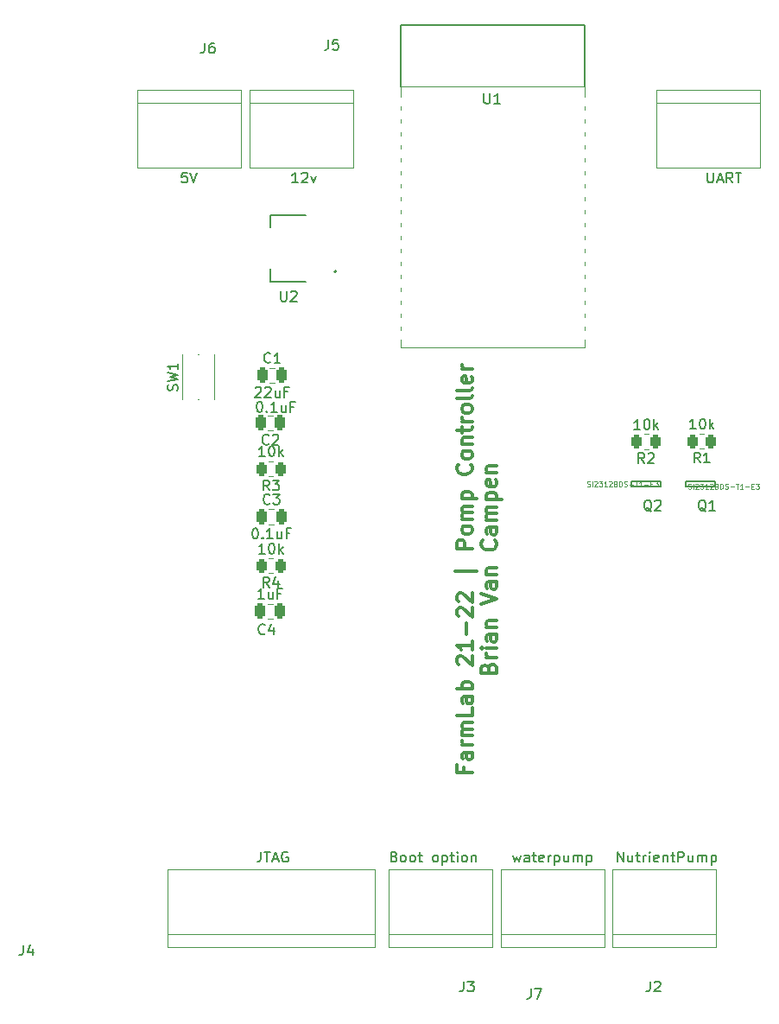
<source format=gto>
G04 #@! TF.GenerationSoftware,KiCad,Pcbnew,(6.0.1)*
G04 #@! TF.CreationDate,2022-04-27T15:55:03+02:00*
G04 #@! TF.ProjectId,PompController_brian,506f6d70-436f-46e7-9472-6f6c6c65725f,rev?*
G04 #@! TF.SameCoordinates,Original*
G04 #@! TF.FileFunction,Legend,Top*
G04 #@! TF.FilePolarity,Positive*
%FSLAX46Y46*%
G04 Gerber Fmt 4.6, Leading zero omitted, Abs format (unit mm)*
G04 Created by KiCad (PCBNEW (6.0.1)) date 2022-04-27 15:55:03*
%MOMM*%
%LPD*%
G01*
G04 APERTURE LIST*
G04 Aperture macros list*
%AMRoundRect*
0 Rectangle with rounded corners*
0 $1 Rounding radius*
0 $2 $3 $4 $5 $6 $7 $8 $9 X,Y pos of 4 corners*
0 Add a 4 corners polygon primitive as box body*
4,1,4,$2,$3,$4,$5,$6,$7,$8,$9,$2,$3,0*
0 Add four circle primitives for the rounded corners*
1,1,$1+$1,$2,$3*
1,1,$1+$1,$4,$5*
1,1,$1+$1,$6,$7*
1,1,$1+$1,$8,$9*
0 Add four rect primitives between the rounded corners*
20,1,$1+$1,$2,$3,$4,$5,0*
20,1,$1+$1,$4,$5,$6,$7,0*
20,1,$1+$1,$6,$7,$8,$9,0*
20,1,$1+$1,$8,$9,$2,$3,0*%
G04 Aperture macros list end*
%ADD10C,0.300000*%
%ADD11C,0.150000*%
%ADD12C,0.075000*%
%ADD13C,0.127000*%
%ADD14C,0.200000*%
%ADD15C,0.120000*%
%ADD16C,0.050000*%
%ADD17R,2.150000X0.950000*%
%ADD18R,2.150000X3.250000*%
%ADD19R,3.000000X3.000000*%
%ADD20C,3.000000*%
%ADD21RoundRect,0.250000X0.262500X0.450000X-0.262500X0.450000X-0.262500X-0.450000X0.262500X-0.450000X0*%
%ADD22R,1.000000X0.900000*%
%ADD23C,0.800000*%
%ADD24C,6.000000*%
%ADD25RoundRect,0.250000X-0.250000X-0.475000X0.250000X-0.475000X0.250000X0.475000X-0.250000X0.475000X0*%
%ADD26RoundRect,0.250000X0.250000X0.475000X-0.250000X0.475000X-0.250000X-0.475000X0.250000X-0.475000X0*%
%ADD27O,3.000000X0.900000*%
%ADD28R,5.000000X5.000000*%
%ADD29R,0.559000X0.724000*%
G04 APERTURE END LIST*
D10*
X83521357Y-96827142D02*
X83521357Y-97327142D01*
X84307071Y-97327142D02*
X82807071Y-97327142D01*
X82807071Y-96612857D01*
X84307071Y-95398571D02*
X83521357Y-95398571D01*
X83378500Y-95470000D01*
X83307071Y-95612857D01*
X83307071Y-95898571D01*
X83378500Y-96041428D01*
X84235642Y-95398571D02*
X84307071Y-95541428D01*
X84307071Y-95898571D01*
X84235642Y-96041428D01*
X84092785Y-96112857D01*
X83949928Y-96112857D01*
X83807071Y-96041428D01*
X83735642Y-95898571D01*
X83735642Y-95541428D01*
X83664214Y-95398571D01*
X84307071Y-94684285D02*
X83307071Y-94684285D01*
X83592785Y-94684285D02*
X83449928Y-94612857D01*
X83378500Y-94541428D01*
X83307071Y-94398571D01*
X83307071Y-94255714D01*
X84307071Y-93755714D02*
X83307071Y-93755714D01*
X83449928Y-93755714D02*
X83378500Y-93684285D01*
X83307071Y-93541428D01*
X83307071Y-93327142D01*
X83378500Y-93184285D01*
X83521357Y-93112857D01*
X84307071Y-93112857D01*
X83521357Y-93112857D02*
X83378500Y-93041428D01*
X83307071Y-92898571D01*
X83307071Y-92684285D01*
X83378500Y-92541428D01*
X83521357Y-92470000D01*
X84307071Y-92470000D01*
X84307071Y-91041428D02*
X84307071Y-91755714D01*
X82807071Y-91755714D01*
X84307071Y-89898571D02*
X83521357Y-89898571D01*
X83378500Y-89970000D01*
X83307071Y-90112857D01*
X83307071Y-90398571D01*
X83378500Y-90541428D01*
X84235642Y-89898571D02*
X84307071Y-90041428D01*
X84307071Y-90398571D01*
X84235642Y-90541428D01*
X84092785Y-90612857D01*
X83949928Y-90612857D01*
X83807071Y-90541428D01*
X83735642Y-90398571D01*
X83735642Y-90041428D01*
X83664214Y-89898571D01*
X84307071Y-89184285D02*
X82807071Y-89184285D01*
X83378500Y-89184285D02*
X83307071Y-89041428D01*
X83307071Y-88755714D01*
X83378500Y-88612857D01*
X83449928Y-88541428D01*
X83592785Y-88470000D01*
X84021357Y-88470000D01*
X84164214Y-88541428D01*
X84235642Y-88612857D01*
X84307071Y-88755714D01*
X84307071Y-89041428D01*
X84235642Y-89184285D01*
X82949928Y-86755714D02*
X82878500Y-86684285D01*
X82807071Y-86541428D01*
X82807071Y-86184285D01*
X82878500Y-86041428D01*
X82949928Y-85970000D01*
X83092785Y-85898571D01*
X83235642Y-85898571D01*
X83449928Y-85970000D01*
X84307071Y-86827142D01*
X84307071Y-85898571D01*
X84307071Y-84470000D02*
X84307071Y-85327142D01*
X84307071Y-84898571D02*
X82807071Y-84898571D01*
X83021357Y-85041428D01*
X83164214Y-85184285D01*
X83235642Y-85327142D01*
X83735642Y-83827142D02*
X83735642Y-82684285D01*
X82949928Y-82041428D02*
X82878500Y-81970000D01*
X82807071Y-81827142D01*
X82807071Y-81470000D01*
X82878500Y-81327142D01*
X82949928Y-81255714D01*
X83092785Y-81184285D01*
X83235642Y-81184285D01*
X83449928Y-81255714D01*
X84307071Y-82112857D01*
X84307071Y-81184285D01*
X82949928Y-80612857D02*
X82878500Y-80541428D01*
X82807071Y-80398571D01*
X82807071Y-80041428D01*
X82878500Y-79898571D01*
X82949928Y-79827142D01*
X83092785Y-79755714D01*
X83235642Y-79755714D01*
X83449928Y-79827142D01*
X84307071Y-80684285D01*
X84307071Y-79755714D01*
X84807071Y-77612857D02*
X82664214Y-77612857D01*
X84307071Y-75398571D02*
X82807071Y-75398571D01*
X82807071Y-74827142D01*
X82878500Y-74684285D01*
X82949928Y-74612857D01*
X83092785Y-74541428D01*
X83307071Y-74541428D01*
X83449928Y-74612857D01*
X83521357Y-74684285D01*
X83592785Y-74827142D01*
X83592785Y-75398571D01*
X84307071Y-73684285D02*
X84235642Y-73827142D01*
X84164214Y-73898571D01*
X84021357Y-73970000D01*
X83592785Y-73970000D01*
X83449928Y-73898571D01*
X83378500Y-73827142D01*
X83307071Y-73684285D01*
X83307071Y-73470000D01*
X83378500Y-73327142D01*
X83449928Y-73255714D01*
X83592785Y-73184285D01*
X84021357Y-73184285D01*
X84164214Y-73255714D01*
X84235642Y-73327142D01*
X84307071Y-73470000D01*
X84307071Y-73684285D01*
X84307071Y-72541428D02*
X83307071Y-72541428D01*
X83449928Y-72541428D02*
X83378500Y-72470000D01*
X83307071Y-72327142D01*
X83307071Y-72112857D01*
X83378500Y-71970000D01*
X83521357Y-71898571D01*
X84307071Y-71898571D01*
X83521357Y-71898571D02*
X83378500Y-71827142D01*
X83307071Y-71684285D01*
X83307071Y-71470000D01*
X83378500Y-71327142D01*
X83521357Y-71255714D01*
X84307071Y-71255714D01*
X83307071Y-70541428D02*
X84807071Y-70541428D01*
X83378500Y-70541428D02*
X83307071Y-70398571D01*
X83307071Y-70112857D01*
X83378500Y-69970000D01*
X83449928Y-69898571D01*
X83592785Y-69827142D01*
X84021357Y-69827142D01*
X84164214Y-69898571D01*
X84235642Y-69970000D01*
X84307071Y-70112857D01*
X84307071Y-70398571D01*
X84235642Y-70541428D01*
X84164214Y-67184285D02*
X84235642Y-67255714D01*
X84307071Y-67470000D01*
X84307071Y-67612857D01*
X84235642Y-67827142D01*
X84092785Y-67970000D01*
X83949928Y-68041428D01*
X83664214Y-68112857D01*
X83449928Y-68112857D01*
X83164214Y-68041428D01*
X83021357Y-67970000D01*
X82878500Y-67827142D01*
X82807071Y-67612857D01*
X82807071Y-67470000D01*
X82878500Y-67255714D01*
X82949928Y-67184285D01*
X84307071Y-66327142D02*
X84235642Y-66470000D01*
X84164214Y-66541428D01*
X84021357Y-66612857D01*
X83592785Y-66612857D01*
X83449928Y-66541428D01*
X83378500Y-66470000D01*
X83307071Y-66327142D01*
X83307071Y-66112857D01*
X83378500Y-65970000D01*
X83449928Y-65898571D01*
X83592785Y-65827142D01*
X84021357Y-65827142D01*
X84164214Y-65898571D01*
X84235642Y-65970000D01*
X84307071Y-66112857D01*
X84307071Y-66327142D01*
X83307071Y-65184285D02*
X84307071Y-65184285D01*
X83449928Y-65184285D02*
X83378500Y-65112857D01*
X83307071Y-64970000D01*
X83307071Y-64755714D01*
X83378500Y-64612857D01*
X83521357Y-64541428D01*
X84307071Y-64541428D01*
X83307071Y-64041428D02*
X83307071Y-63470000D01*
X82807071Y-63827142D02*
X84092785Y-63827142D01*
X84235642Y-63755714D01*
X84307071Y-63612857D01*
X84307071Y-63470000D01*
X84307071Y-62970000D02*
X83307071Y-62970000D01*
X83592785Y-62970000D02*
X83449928Y-62898571D01*
X83378500Y-62827142D01*
X83307071Y-62684285D01*
X83307071Y-62541428D01*
X84307071Y-61827142D02*
X84235642Y-61970000D01*
X84164214Y-62041428D01*
X84021357Y-62112857D01*
X83592785Y-62112857D01*
X83449928Y-62041428D01*
X83378500Y-61970000D01*
X83307071Y-61827142D01*
X83307071Y-61612857D01*
X83378500Y-61470000D01*
X83449928Y-61398571D01*
X83592785Y-61327142D01*
X84021357Y-61327142D01*
X84164214Y-61398571D01*
X84235642Y-61470000D01*
X84307071Y-61612857D01*
X84307071Y-61827142D01*
X84307071Y-60470000D02*
X84235642Y-60612857D01*
X84092785Y-60684285D01*
X82807071Y-60684285D01*
X84307071Y-59684285D02*
X84235642Y-59827142D01*
X84092785Y-59898571D01*
X82807071Y-59898571D01*
X84235642Y-58541428D02*
X84307071Y-58684285D01*
X84307071Y-58970000D01*
X84235642Y-59112857D01*
X84092785Y-59184285D01*
X83521357Y-59184285D01*
X83378500Y-59112857D01*
X83307071Y-58970000D01*
X83307071Y-58684285D01*
X83378500Y-58541428D01*
X83521357Y-58470000D01*
X83664214Y-58470000D01*
X83807071Y-59184285D01*
X84307071Y-57827142D02*
X83307071Y-57827142D01*
X83592785Y-57827142D02*
X83449928Y-57755714D01*
X83378500Y-57684285D01*
X83307071Y-57541428D01*
X83307071Y-57398571D01*
X85936357Y-87112857D02*
X86007785Y-86898571D01*
X86079214Y-86827142D01*
X86222071Y-86755714D01*
X86436357Y-86755714D01*
X86579214Y-86827142D01*
X86650642Y-86898571D01*
X86722071Y-87041428D01*
X86722071Y-87612857D01*
X85222071Y-87612857D01*
X85222071Y-87112857D01*
X85293500Y-86970000D01*
X85364928Y-86898571D01*
X85507785Y-86827142D01*
X85650642Y-86827142D01*
X85793500Y-86898571D01*
X85864928Y-86970000D01*
X85936357Y-87112857D01*
X85936357Y-87612857D01*
X86722071Y-86112857D02*
X85722071Y-86112857D01*
X86007785Y-86112857D02*
X85864928Y-86041428D01*
X85793500Y-85970000D01*
X85722071Y-85827142D01*
X85722071Y-85684285D01*
X86722071Y-85184285D02*
X85722071Y-85184285D01*
X85222071Y-85184285D02*
X85293500Y-85255714D01*
X85364928Y-85184285D01*
X85293500Y-85112857D01*
X85222071Y-85184285D01*
X85364928Y-85184285D01*
X86722071Y-83827142D02*
X85936357Y-83827142D01*
X85793500Y-83898571D01*
X85722071Y-84041428D01*
X85722071Y-84327142D01*
X85793500Y-84470000D01*
X86650642Y-83827142D02*
X86722071Y-83970000D01*
X86722071Y-84327142D01*
X86650642Y-84470000D01*
X86507785Y-84541428D01*
X86364928Y-84541428D01*
X86222071Y-84470000D01*
X86150642Y-84327142D01*
X86150642Y-83970000D01*
X86079214Y-83827142D01*
X85722071Y-83112857D02*
X86722071Y-83112857D01*
X85864928Y-83112857D02*
X85793500Y-83041428D01*
X85722071Y-82898571D01*
X85722071Y-82684285D01*
X85793500Y-82541428D01*
X85936357Y-82470000D01*
X86722071Y-82470000D01*
X85222071Y-80827142D02*
X86722071Y-80327142D01*
X85222071Y-79827142D01*
X86722071Y-78684285D02*
X85936357Y-78684285D01*
X85793500Y-78755714D01*
X85722071Y-78898571D01*
X85722071Y-79184285D01*
X85793500Y-79327142D01*
X86650642Y-78684285D02*
X86722071Y-78827142D01*
X86722071Y-79184285D01*
X86650642Y-79327142D01*
X86507785Y-79398571D01*
X86364928Y-79398571D01*
X86222071Y-79327142D01*
X86150642Y-79184285D01*
X86150642Y-78827142D01*
X86079214Y-78684285D01*
X85722071Y-77970000D02*
X86722071Y-77970000D01*
X85864928Y-77970000D02*
X85793500Y-77898571D01*
X85722071Y-77755714D01*
X85722071Y-77541428D01*
X85793500Y-77398571D01*
X85936357Y-77327142D01*
X86722071Y-77327142D01*
X86579214Y-74612857D02*
X86650642Y-74684285D01*
X86722071Y-74898571D01*
X86722071Y-75041428D01*
X86650642Y-75255714D01*
X86507785Y-75398571D01*
X86364928Y-75470000D01*
X86079214Y-75541428D01*
X85864928Y-75541428D01*
X85579214Y-75470000D01*
X85436357Y-75398571D01*
X85293500Y-75255714D01*
X85222071Y-75041428D01*
X85222071Y-74898571D01*
X85293500Y-74684285D01*
X85364928Y-74612857D01*
X86722071Y-73327142D02*
X85936357Y-73327142D01*
X85793500Y-73398571D01*
X85722071Y-73541428D01*
X85722071Y-73827142D01*
X85793500Y-73970000D01*
X86650642Y-73327142D02*
X86722071Y-73470000D01*
X86722071Y-73827142D01*
X86650642Y-73970000D01*
X86507785Y-74041428D01*
X86364928Y-74041428D01*
X86222071Y-73970000D01*
X86150642Y-73827142D01*
X86150642Y-73470000D01*
X86079214Y-73327142D01*
X86722071Y-72612857D02*
X85722071Y-72612857D01*
X85864928Y-72612857D02*
X85793500Y-72541428D01*
X85722071Y-72398571D01*
X85722071Y-72184285D01*
X85793500Y-72041428D01*
X85936357Y-71970000D01*
X86722071Y-71970000D01*
X85936357Y-71970000D02*
X85793500Y-71898571D01*
X85722071Y-71755714D01*
X85722071Y-71541428D01*
X85793500Y-71398571D01*
X85936357Y-71327142D01*
X86722071Y-71327142D01*
X85722071Y-70612857D02*
X87222071Y-70612857D01*
X85793500Y-70612857D02*
X85722071Y-70470000D01*
X85722071Y-70184285D01*
X85793500Y-70041428D01*
X85864928Y-69970000D01*
X86007785Y-69898571D01*
X86436357Y-69898571D01*
X86579214Y-69970000D01*
X86650642Y-70041428D01*
X86722071Y-70184285D01*
X86722071Y-70470000D01*
X86650642Y-70612857D01*
X86650642Y-68684285D02*
X86722071Y-68827142D01*
X86722071Y-69112857D01*
X86650642Y-69255714D01*
X86507785Y-69327142D01*
X85936357Y-69327142D01*
X85793500Y-69255714D01*
X85722071Y-69112857D01*
X85722071Y-68827142D01*
X85793500Y-68684285D01*
X85936357Y-68612857D01*
X86079214Y-68612857D01*
X86222071Y-69327142D01*
X85722071Y-67970000D02*
X86722071Y-67970000D01*
X85864928Y-67970000D02*
X85793500Y-67898571D01*
X85722071Y-67755714D01*
X85722071Y-67541428D01*
X85793500Y-67398571D01*
X85936357Y-67327142D01*
X86722071Y-67327142D01*
D11*
X65557095Y-50180380D02*
X65557095Y-50989904D01*
X65604714Y-51085142D01*
X65652333Y-51132761D01*
X65747571Y-51180380D01*
X65938047Y-51180380D01*
X66033285Y-51132761D01*
X66080904Y-51085142D01*
X66128523Y-50989904D01*
X66128523Y-50180380D01*
X66557095Y-50275619D02*
X66604714Y-50228000D01*
X66699952Y-50180380D01*
X66938047Y-50180380D01*
X67033285Y-50228000D01*
X67080904Y-50275619D01*
X67128523Y-50370857D01*
X67128523Y-50466095D01*
X67080904Y-50608952D01*
X66509476Y-51180380D01*
X67128523Y-51180380D01*
X90090666Y-118528380D02*
X90090666Y-119242666D01*
X90043047Y-119385523D01*
X89947809Y-119480761D01*
X89804952Y-119528380D01*
X89709714Y-119528380D01*
X90471619Y-118528380D02*
X91138285Y-118528380D01*
X90709714Y-119528380D01*
X88321047Y-105449714D02*
X88511523Y-106116380D01*
X88702000Y-105640190D01*
X88892476Y-106116380D01*
X89082952Y-105449714D01*
X89892476Y-106116380D02*
X89892476Y-105592571D01*
X89844857Y-105497333D01*
X89749619Y-105449714D01*
X89559142Y-105449714D01*
X89463904Y-105497333D01*
X89892476Y-106068761D02*
X89797238Y-106116380D01*
X89559142Y-106116380D01*
X89463904Y-106068761D01*
X89416285Y-105973523D01*
X89416285Y-105878285D01*
X89463904Y-105783047D01*
X89559142Y-105735428D01*
X89797238Y-105735428D01*
X89892476Y-105687809D01*
X90225809Y-105449714D02*
X90606761Y-105449714D01*
X90368666Y-105116380D02*
X90368666Y-105973523D01*
X90416285Y-106068761D01*
X90511523Y-106116380D01*
X90606761Y-106116380D01*
X91321047Y-106068761D02*
X91225809Y-106116380D01*
X91035333Y-106116380D01*
X90940095Y-106068761D01*
X90892476Y-105973523D01*
X90892476Y-105592571D01*
X90940095Y-105497333D01*
X91035333Y-105449714D01*
X91225809Y-105449714D01*
X91321047Y-105497333D01*
X91368666Y-105592571D01*
X91368666Y-105687809D01*
X90892476Y-105783047D01*
X91797238Y-106116380D02*
X91797238Y-105449714D01*
X91797238Y-105640190D02*
X91844857Y-105544952D01*
X91892476Y-105497333D01*
X91987714Y-105449714D01*
X92082952Y-105449714D01*
X92416285Y-105449714D02*
X92416285Y-106449714D01*
X92416285Y-105497333D02*
X92511523Y-105449714D01*
X92702000Y-105449714D01*
X92797238Y-105497333D01*
X92844857Y-105544952D01*
X92892476Y-105640190D01*
X92892476Y-105925904D01*
X92844857Y-106021142D01*
X92797238Y-106068761D01*
X92702000Y-106116380D01*
X92511523Y-106116380D01*
X92416285Y-106068761D01*
X93749619Y-105449714D02*
X93749619Y-106116380D01*
X93321047Y-105449714D02*
X93321047Y-105973523D01*
X93368666Y-106068761D01*
X93463904Y-106116380D01*
X93606761Y-106116380D01*
X93702000Y-106068761D01*
X93749619Y-106021142D01*
X94225809Y-106116380D02*
X94225809Y-105449714D01*
X94225809Y-105544952D02*
X94273428Y-105497333D01*
X94368666Y-105449714D01*
X94511523Y-105449714D01*
X94606761Y-105497333D01*
X94654380Y-105592571D01*
X94654380Y-106116380D01*
X94654380Y-105592571D02*
X94702000Y-105497333D01*
X94797238Y-105449714D01*
X94940095Y-105449714D01*
X95035333Y-105497333D01*
X95082952Y-105592571D01*
X95082952Y-106116380D01*
X95559142Y-105449714D02*
X95559142Y-106449714D01*
X95559142Y-105497333D02*
X95654380Y-105449714D01*
X95844857Y-105449714D01*
X95940095Y-105497333D01*
X95987714Y-105544952D01*
X96035333Y-105640190D01*
X96035333Y-105925904D01*
X95987714Y-106021142D01*
X95940095Y-106068761D01*
X95844857Y-106116380D01*
X95654380Y-106116380D01*
X95559142Y-106068761D01*
X64433333Y-69702380D02*
X64100000Y-69226190D01*
X63861904Y-69702380D02*
X63861904Y-68702380D01*
X64242857Y-68702380D01*
X64338095Y-68750000D01*
X64385714Y-68797619D01*
X64433333Y-68892857D01*
X64433333Y-69035714D01*
X64385714Y-69130952D01*
X64338095Y-69178571D01*
X64242857Y-69226190D01*
X63861904Y-69226190D01*
X64766666Y-68702380D02*
X65385714Y-68702380D01*
X65052380Y-69083333D01*
X65195238Y-69083333D01*
X65290476Y-69130952D01*
X65338095Y-69178571D01*
X65385714Y-69273809D01*
X65385714Y-69511904D01*
X65338095Y-69607142D01*
X65290476Y-69654761D01*
X65195238Y-69702380D01*
X64909523Y-69702380D01*
X64814285Y-69654761D01*
X64766666Y-69607142D01*
X64004761Y-66362380D02*
X63433333Y-66362380D01*
X63719047Y-66362380D02*
X63719047Y-65362380D01*
X63623809Y-65505238D01*
X63528571Y-65600476D01*
X63433333Y-65648095D01*
X64623809Y-65362380D02*
X64719047Y-65362380D01*
X64814285Y-65410000D01*
X64861904Y-65457619D01*
X64909523Y-65552857D01*
X64957142Y-65743333D01*
X64957142Y-65981428D01*
X64909523Y-66171904D01*
X64861904Y-66267142D01*
X64814285Y-66314761D01*
X64719047Y-66362380D01*
X64623809Y-66362380D01*
X64528571Y-66314761D01*
X64480952Y-66267142D01*
X64433333Y-66171904D01*
X64385714Y-65981428D01*
X64385714Y-65743333D01*
X64433333Y-65552857D01*
X64480952Y-65457619D01*
X64528571Y-65410000D01*
X64623809Y-65362380D01*
X65385714Y-66362380D02*
X65385714Y-65362380D01*
X65480952Y-65981428D02*
X65766666Y-66362380D01*
X65766666Y-65695714D02*
X65385714Y-66076666D01*
X55404761Y-59933333D02*
X55452380Y-59790476D01*
X55452380Y-59552380D01*
X55404761Y-59457142D01*
X55357142Y-59409523D01*
X55261904Y-59361904D01*
X55166666Y-59361904D01*
X55071428Y-59409523D01*
X55023809Y-59457142D01*
X54976190Y-59552380D01*
X54928571Y-59742857D01*
X54880952Y-59838095D01*
X54833333Y-59885714D01*
X54738095Y-59933333D01*
X54642857Y-59933333D01*
X54547619Y-59885714D01*
X54500000Y-59838095D01*
X54452380Y-59742857D01*
X54452380Y-59504761D01*
X54500000Y-59361904D01*
X54452380Y-59028571D02*
X55452380Y-58790476D01*
X54738095Y-58600000D01*
X55452380Y-58409523D01*
X54452380Y-58171428D01*
X55452380Y-57266666D02*
X55452380Y-57838095D01*
X55452380Y-57552380D02*
X54452380Y-57552380D01*
X54595238Y-57647619D01*
X54690476Y-57742857D01*
X54738095Y-57838095D01*
X106663333Y-66990380D02*
X106330000Y-66514190D01*
X106091904Y-66990380D02*
X106091904Y-65990380D01*
X106472857Y-65990380D01*
X106568095Y-66038000D01*
X106615714Y-66085619D01*
X106663333Y-66180857D01*
X106663333Y-66323714D01*
X106615714Y-66418952D01*
X106568095Y-66466571D01*
X106472857Y-66514190D01*
X106091904Y-66514190D01*
X107615714Y-66990380D02*
X107044285Y-66990380D01*
X107330000Y-66990380D02*
X107330000Y-65990380D01*
X107234761Y-66133238D01*
X107139523Y-66228476D01*
X107044285Y-66276095D01*
X106234761Y-63690380D02*
X105663333Y-63690380D01*
X105949047Y-63690380D02*
X105949047Y-62690380D01*
X105853809Y-62833238D01*
X105758571Y-62928476D01*
X105663333Y-62976095D01*
X106853809Y-62690380D02*
X106949047Y-62690380D01*
X107044285Y-62738000D01*
X107091904Y-62785619D01*
X107139523Y-62880857D01*
X107187142Y-63071333D01*
X107187142Y-63309428D01*
X107139523Y-63499904D01*
X107091904Y-63595142D01*
X107044285Y-63642761D01*
X106949047Y-63690380D01*
X106853809Y-63690380D01*
X106758571Y-63642761D01*
X106710952Y-63595142D01*
X106663333Y-63499904D01*
X106615714Y-63309428D01*
X106615714Y-63071333D01*
X106663333Y-62880857D01*
X106710952Y-62785619D01*
X106758571Y-62738000D01*
X106853809Y-62690380D01*
X107615714Y-63690380D02*
X107615714Y-62690380D01*
X107710952Y-63309428D02*
X107996666Y-63690380D01*
X107996666Y-63023714D02*
X107615714Y-63404666D01*
X64433333Y-79202380D02*
X64100000Y-78726190D01*
X63861904Y-79202380D02*
X63861904Y-78202380D01*
X64242857Y-78202380D01*
X64338095Y-78250000D01*
X64385714Y-78297619D01*
X64433333Y-78392857D01*
X64433333Y-78535714D01*
X64385714Y-78630952D01*
X64338095Y-78678571D01*
X64242857Y-78726190D01*
X63861904Y-78726190D01*
X65290476Y-78535714D02*
X65290476Y-79202380D01*
X65052380Y-78154761D02*
X64814285Y-78869047D01*
X65433333Y-78869047D01*
X64004761Y-75902380D02*
X63433333Y-75902380D01*
X63719047Y-75902380D02*
X63719047Y-74902380D01*
X63623809Y-75045238D01*
X63528571Y-75140476D01*
X63433333Y-75188095D01*
X64623809Y-74902380D02*
X64719047Y-74902380D01*
X64814285Y-74950000D01*
X64861904Y-74997619D01*
X64909523Y-75092857D01*
X64957142Y-75283333D01*
X64957142Y-75521428D01*
X64909523Y-75711904D01*
X64861904Y-75807142D01*
X64814285Y-75854761D01*
X64719047Y-75902380D01*
X64623809Y-75902380D01*
X64528571Y-75854761D01*
X64480952Y-75807142D01*
X64433333Y-75711904D01*
X64385714Y-75521428D01*
X64385714Y-75283333D01*
X64433333Y-75092857D01*
X64480952Y-74997619D01*
X64528571Y-74950000D01*
X64623809Y-74902380D01*
X65385714Y-75902380D02*
X65385714Y-74902380D01*
X65480952Y-75521428D02*
X65766666Y-75902380D01*
X65766666Y-75235714D02*
X65385714Y-75616666D01*
X83486666Y-117816380D02*
X83486666Y-118530666D01*
X83439047Y-118673523D01*
X83343809Y-118768761D01*
X83200952Y-118816380D01*
X83105714Y-118816380D01*
X83867619Y-117816380D02*
X84486666Y-117816380D01*
X84153333Y-118197333D01*
X84296190Y-118197333D01*
X84391428Y-118244952D01*
X84439047Y-118292571D01*
X84486666Y-118387809D01*
X84486666Y-118625904D01*
X84439047Y-118721142D01*
X84391428Y-118768761D01*
X84296190Y-118816380D01*
X84010476Y-118816380D01*
X83915238Y-118768761D01*
X83867619Y-118721142D01*
X76684666Y-105592571D02*
X76827523Y-105640190D01*
X76875142Y-105687809D01*
X76922761Y-105783047D01*
X76922761Y-105925904D01*
X76875142Y-106021142D01*
X76827523Y-106068761D01*
X76732285Y-106116380D01*
X76351333Y-106116380D01*
X76351333Y-105116380D01*
X76684666Y-105116380D01*
X76779904Y-105164000D01*
X76827523Y-105211619D01*
X76875142Y-105306857D01*
X76875142Y-105402095D01*
X76827523Y-105497333D01*
X76779904Y-105544952D01*
X76684666Y-105592571D01*
X76351333Y-105592571D01*
X77494190Y-106116380D02*
X77398952Y-106068761D01*
X77351333Y-106021142D01*
X77303714Y-105925904D01*
X77303714Y-105640190D01*
X77351333Y-105544952D01*
X77398952Y-105497333D01*
X77494190Y-105449714D01*
X77637047Y-105449714D01*
X77732285Y-105497333D01*
X77779904Y-105544952D01*
X77827523Y-105640190D01*
X77827523Y-105925904D01*
X77779904Y-106021142D01*
X77732285Y-106068761D01*
X77637047Y-106116380D01*
X77494190Y-106116380D01*
X78398952Y-106116380D02*
X78303714Y-106068761D01*
X78256095Y-106021142D01*
X78208476Y-105925904D01*
X78208476Y-105640190D01*
X78256095Y-105544952D01*
X78303714Y-105497333D01*
X78398952Y-105449714D01*
X78541809Y-105449714D01*
X78637047Y-105497333D01*
X78684666Y-105544952D01*
X78732285Y-105640190D01*
X78732285Y-105925904D01*
X78684666Y-106021142D01*
X78637047Y-106068761D01*
X78541809Y-106116380D01*
X78398952Y-106116380D01*
X79018000Y-105449714D02*
X79398952Y-105449714D01*
X79160857Y-105116380D02*
X79160857Y-105973523D01*
X79208476Y-106068761D01*
X79303714Y-106116380D01*
X79398952Y-106116380D01*
X80637047Y-106116380D02*
X80541809Y-106068761D01*
X80494190Y-106021142D01*
X80446571Y-105925904D01*
X80446571Y-105640190D01*
X80494190Y-105544952D01*
X80541809Y-105497333D01*
X80637047Y-105449714D01*
X80779904Y-105449714D01*
X80875142Y-105497333D01*
X80922761Y-105544952D01*
X80970380Y-105640190D01*
X80970380Y-105925904D01*
X80922761Y-106021142D01*
X80875142Y-106068761D01*
X80779904Y-106116380D01*
X80637047Y-106116380D01*
X81398952Y-105449714D02*
X81398952Y-106449714D01*
X81398952Y-105497333D02*
X81494190Y-105449714D01*
X81684666Y-105449714D01*
X81779904Y-105497333D01*
X81827523Y-105544952D01*
X81875142Y-105640190D01*
X81875142Y-105925904D01*
X81827523Y-106021142D01*
X81779904Y-106068761D01*
X81684666Y-106116380D01*
X81494190Y-106116380D01*
X81398952Y-106068761D01*
X82160857Y-105449714D02*
X82541809Y-105449714D01*
X82303714Y-105116380D02*
X82303714Y-105973523D01*
X82351333Y-106068761D01*
X82446571Y-106116380D01*
X82541809Y-106116380D01*
X82875142Y-106116380D02*
X82875142Y-105449714D01*
X82875142Y-105116380D02*
X82827523Y-105164000D01*
X82875142Y-105211619D01*
X82922761Y-105164000D01*
X82875142Y-105116380D01*
X82875142Y-105211619D01*
X83494190Y-106116380D02*
X83398952Y-106068761D01*
X83351333Y-106021142D01*
X83303714Y-105925904D01*
X83303714Y-105640190D01*
X83351333Y-105544952D01*
X83398952Y-105497333D01*
X83494190Y-105449714D01*
X83637047Y-105449714D01*
X83732285Y-105497333D01*
X83779904Y-105544952D01*
X83827523Y-105640190D01*
X83827523Y-105925904D01*
X83779904Y-106021142D01*
X83732285Y-106068761D01*
X83637047Y-106116380D01*
X83494190Y-106116380D01*
X84256095Y-105449714D02*
X84256095Y-106116380D01*
X84256095Y-105544952D02*
X84303714Y-105497333D01*
X84398952Y-105449714D01*
X84541809Y-105449714D01*
X84637047Y-105497333D01*
X84684666Y-105592571D01*
X84684666Y-106116380D01*
X58086666Y-25868380D02*
X58086666Y-26582666D01*
X58039047Y-26725523D01*
X57943809Y-26820761D01*
X57800952Y-26868380D01*
X57705714Y-26868380D01*
X58991428Y-25868380D02*
X58800952Y-25868380D01*
X58705714Y-25916000D01*
X58658095Y-25963619D01*
X58562857Y-26106476D01*
X58515238Y-26296952D01*
X58515238Y-26677904D01*
X58562857Y-26773142D01*
X58610476Y-26820761D01*
X58705714Y-26868380D01*
X58896190Y-26868380D01*
X58991428Y-26820761D01*
X59039047Y-26773142D01*
X59086666Y-26677904D01*
X59086666Y-26439809D01*
X59039047Y-26344571D01*
X58991428Y-26296952D01*
X58896190Y-26249333D01*
X58705714Y-26249333D01*
X58610476Y-26296952D01*
X58562857Y-26344571D01*
X58515238Y-26439809D01*
X56363523Y-38568380D02*
X55887333Y-38568380D01*
X55839714Y-39044571D01*
X55887333Y-38996952D01*
X55982571Y-38949333D01*
X56220666Y-38949333D01*
X56315904Y-38996952D01*
X56363523Y-39044571D01*
X56411142Y-39139809D01*
X56411142Y-39377904D01*
X56363523Y-39473142D01*
X56315904Y-39520761D01*
X56220666Y-39568380D01*
X55982571Y-39568380D01*
X55887333Y-39520761D01*
X55839714Y-39473142D01*
X56696857Y-38568380D02*
X57030190Y-39568380D01*
X57363523Y-38568380D01*
X101213333Y-67040380D02*
X100880000Y-66564190D01*
X100641904Y-67040380D02*
X100641904Y-66040380D01*
X101022857Y-66040380D01*
X101118095Y-66088000D01*
X101165714Y-66135619D01*
X101213333Y-66230857D01*
X101213333Y-66373714D01*
X101165714Y-66468952D01*
X101118095Y-66516571D01*
X101022857Y-66564190D01*
X100641904Y-66564190D01*
X101594285Y-66135619D02*
X101641904Y-66088000D01*
X101737142Y-66040380D01*
X101975238Y-66040380D01*
X102070476Y-66088000D01*
X102118095Y-66135619D01*
X102165714Y-66230857D01*
X102165714Y-66326095D01*
X102118095Y-66468952D01*
X101546666Y-67040380D01*
X102165714Y-67040380D01*
X100784761Y-63740380D02*
X100213333Y-63740380D01*
X100499047Y-63740380D02*
X100499047Y-62740380D01*
X100403809Y-62883238D01*
X100308571Y-62978476D01*
X100213333Y-63026095D01*
X101403809Y-62740380D02*
X101499047Y-62740380D01*
X101594285Y-62788000D01*
X101641904Y-62835619D01*
X101689523Y-62930857D01*
X101737142Y-63121333D01*
X101737142Y-63359428D01*
X101689523Y-63549904D01*
X101641904Y-63645142D01*
X101594285Y-63692761D01*
X101499047Y-63740380D01*
X101403809Y-63740380D01*
X101308571Y-63692761D01*
X101260952Y-63645142D01*
X101213333Y-63549904D01*
X101165714Y-63359428D01*
X101165714Y-63121333D01*
X101213333Y-62930857D01*
X101260952Y-62835619D01*
X101308571Y-62788000D01*
X101403809Y-62740380D01*
X102165714Y-63740380D02*
X102165714Y-62740380D01*
X102260952Y-63359428D02*
X102546666Y-63740380D01*
X102546666Y-63073714D02*
X102165714Y-63454666D01*
X64483333Y-70977142D02*
X64435714Y-71024761D01*
X64292857Y-71072380D01*
X64197619Y-71072380D01*
X64054761Y-71024761D01*
X63959523Y-70929523D01*
X63911904Y-70834285D01*
X63864285Y-70643809D01*
X63864285Y-70500952D01*
X63911904Y-70310476D01*
X63959523Y-70215238D01*
X64054761Y-70120000D01*
X64197619Y-70072380D01*
X64292857Y-70072380D01*
X64435714Y-70120000D01*
X64483333Y-70167619D01*
X64816666Y-70072380D02*
X65435714Y-70072380D01*
X65102380Y-70453333D01*
X65245238Y-70453333D01*
X65340476Y-70500952D01*
X65388095Y-70548571D01*
X65435714Y-70643809D01*
X65435714Y-70881904D01*
X65388095Y-70977142D01*
X65340476Y-71024761D01*
X65245238Y-71072380D01*
X64959523Y-71072380D01*
X64864285Y-71024761D01*
X64816666Y-70977142D01*
X63007142Y-73432380D02*
X63102380Y-73432380D01*
X63197619Y-73480000D01*
X63245238Y-73527619D01*
X63292857Y-73622857D01*
X63340476Y-73813333D01*
X63340476Y-74051428D01*
X63292857Y-74241904D01*
X63245238Y-74337142D01*
X63197619Y-74384761D01*
X63102380Y-74432380D01*
X63007142Y-74432380D01*
X62911904Y-74384761D01*
X62864285Y-74337142D01*
X62816666Y-74241904D01*
X62769047Y-74051428D01*
X62769047Y-73813333D01*
X62816666Y-73622857D01*
X62864285Y-73527619D01*
X62911904Y-73480000D01*
X63007142Y-73432380D01*
X63769047Y-74337142D02*
X63816666Y-74384761D01*
X63769047Y-74432380D01*
X63721428Y-74384761D01*
X63769047Y-74337142D01*
X63769047Y-74432380D01*
X64769047Y-74432380D02*
X64197619Y-74432380D01*
X64483333Y-74432380D02*
X64483333Y-73432380D01*
X64388095Y-73575238D01*
X64292857Y-73670476D01*
X64197619Y-73718095D01*
X65626190Y-73765714D02*
X65626190Y-74432380D01*
X65197619Y-73765714D02*
X65197619Y-74289523D01*
X65245238Y-74384761D01*
X65340476Y-74432380D01*
X65483333Y-74432380D01*
X65578571Y-74384761D01*
X65626190Y-74337142D01*
X66435714Y-73908571D02*
X66102380Y-73908571D01*
X66102380Y-74432380D02*
X66102380Y-73432380D01*
X66578571Y-73432380D01*
X64533333Y-57127142D02*
X64485714Y-57174761D01*
X64342857Y-57222380D01*
X64247619Y-57222380D01*
X64104761Y-57174761D01*
X64009523Y-57079523D01*
X63961904Y-56984285D01*
X63914285Y-56793809D01*
X63914285Y-56650952D01*
X63961904Y-56460476D01*
X64009523Y-56365238D01*
X64104761Y-56270000D01*
X64247619Y-56222380D01*
X64342857Y-56222380D01*
X64485714Y-56270000D01*
X64533333Y-56317619D01*
X65485714Y-57222380D02*
X64914285Y-57222380D01*
X65200000Y-57222380D02*
X65200000Y-56222380D01*
X65104761Y-56365238D01*
X65009523Y-56460476D01*
X64914285Y-56508095D01*
X63057142Y-59677619D02*
X63104761Y-59630000D01*
X63200000Y-59582380D01*
X63438095Y-59582380D01*
X63533333Y-59630000D01*
X63580952Y-59677619D01*
X63628571Y-59772857D01*
X63628571Y-59868095D01*
X63580952Y-60010952D01*
X63009523Y-60582380D01*
X63628571Y-60582380D01*
X64009523Y-59677619D02*
X64057142Y-59630000D01*
X64152380Y-59582380D01*
X64390476Y-59582380D01*
X64485714Y-59630000D01*
X64533333Y-59677619D01*
X64580952Y-59772857D01*
X64580952Y-59868095D01*
X64533333Y-60010952D01*
X63961904Y-60582380D01*
X64580952Y-60582380D01*
X65438095Y-59915714D02*
X65438095Y-60582380D01*
X65009523Y-59915714D02*
X65009523Y-60439523D01*
X65057142Y-60534761D01*
X65152380Y-60582380D01*
X65295238Y-60582380D01*
X65390476Y-60534761D01*
X65438095Y-60487142D01*
X66247619Y-60058571D02*
X65914285Y-60058571D01*
X65914285Y-60582380D02*
X65914285Y-59582380D01*
X66390476Y-59582380D01*
X64383333Y-65137142D02*
X64335714Y-65184761D01*
X64192857Y-65232380D01*
X64097619Y-65232380D01*
X63954761Y-65184761D01*
X63859523Y-65089523D01*
X63811904Y-64994285D01*
X63764285Y-64803809D01*
X63764285Y-64660952D01*
X63811904Y-64470476D01*
X63859523Y-64375238D01*
X63954761Y-64280000D01*
X64097619Y-64232380D01*
X64192857Y-64232380D01*
X64335714Y-64280000D01*
X64383333Y-64327619D01*
X64764285Y-64327619D02*
X64811904Y-64280000D01*
X64907142Y-64232380D01*
X65145238Y-64232380D01*
X65240476Y-64280000D01*
X65288095Y-64327619D01*
X65335714Y-64422857D01*
X65335714Y-64518095D01*
X65288095Y-64660952D01*
X64716666Y-65232380D01*
X65335714Y-65232380D01*
X63414642Y-61022380D02*
X63509880Y-61022380D01*
X63605119Y-61070000D01*
X63652738Y-61117619D01*
X63700357Y-61212857D01*
X63747976Y-61403333D01*
X63747976Y-61641428D01*
X63700357Y-61831904D01*
X63652738Y-61927142D01*
X63605119Y-61974761D01*
X63509880Y-62022380D01*
X63414642Y-62022380D01*
X63319404Y-61974761D01*
X63271785Y-61927142D01*
X63224166Y-61831904D01*
X63176547Y-61641428D01*
X63176547Y-61403333D01*
X63224166Y-61212857D01*
X63271785Y-61117619D01*
X63319404Y-61070000D01*
X63414642Y-61022380D01*
X64176547Y-61927142D02*
X64224166Y-61974761D01*
X64176547Y-62022380D01*
X64128928Y-61974761D01*
X64176547Y-61927142D01*
X64176547Y-62022380D01*
X65176547Y-62022380D02*
X64605119Y-62022380D01*
X64890833Y-62022380D02*
X64890833Y-61022380D01*
X64795595Y-61165238D01*
X64700357Y-61260476D01*
X64605119Y-61308095D01*
X66033690Y-61355714D02*
X66033690Y-62022380D01*
X65605119Y-61355714D02*
X65605119Y-61879523D01*
X65652738Y-61974761D01*
X65747976Y-62022380D01*
X65890833Y-62022380D01*
X65986071Y-61974761D01*
X66033690Y-61927142D01*
X66843214Y-61498571D02*
X66509880Y-61498571D01*
X66509880Y-62022380D02*
X66509880Y-61022380D01*
X66986071Y-61022380D01*
X70220666Y-25542380D02*
X70220666Y-26256666D01*
X70173047Y-26399523D01*
X70077809Y-26494761D01*
X69934952Y-26542380D01*
X69839714Y-26542380D01*
X71173047Y-25542380D02*
X70696857Y-25542380D01*
X70649238Y-26018571D01*
X70696857Y-25970952D01*
X70792095Y-25923333D01*
X71030190Y-25923333D01*
X71125428Y-25970952D01*
X71173047Y-26018571D01*
X71220666Y-26113809D01*
X71220666Y-26351904D01*
X71173047Y-26447142D01*
X71125428Y-26494761D01*
X71030190Y-26542380D01*
X70792095Y-26542380D01*
X70696857Y-26494761D01*
X70649238Y-26447142D01*
X67232571Y-39568380D02*
X66661142Y-39568380D01*
X66946857Y-39568380D02*
X66946857Y-38568380D01*
X66851619Y-38711238D01*
X66756380Y-38806476D01*
X66661142Y-38854095D01*
X67613523Y-38663619D02*
X67661142Y-38616000D01*
X67756380Y-38568380D01*
X67994476Y-38568380D01*
X68089714Y-38616000D01*
X68137333Y-38663619D01*
X68184952Y-38758857D01*
X68184952Y-38854095D01*
X68137333Y-38996952D01*
X67565904Y-39568380D01*
X68184952Y-39568380D01*
X68518285Y-38901714D02*
X68756380Y-39568380D01*
X68994476Y-38901714D01*
X85483095Y-30806380D02*
X85483095Y-31615904D01*
X85530714Y-31711142D01*
X85578333Y-31758761D01*
X85673571Y-31806380D01*
X85864047Y-31806380D01*
X85959285Y-31758761D01*
X86006904Y-31711142D01*
X86054523Y-31615904D01*
X86054523Y-30806380D01*
X87054523Y-31806380D02*
X86483095Y-31806380D01*
X86768809Y-31806380D02*
X86768809Y-30806380D01*
X86673571Y-30949238D01*
X86578333Y-31044476D01*
X86483095Y-31092095D01*
X63993333Y-83727142D02*
X63945714Y-83774761D01*
X63802857Y-83822380D01*
X63707619Y-83822380D01*
X63564761Y-83774761D01*
X63469523Y-83679523D01*
X63421904Y-83584285D01*
X63374285Y-83393809D01*
X63374285Y-83250952D01*
X63421904Y-83060476D01*
X63469523Y-82965238D01*
X63564761Y-82870000D01*
X63707619Y-82822380D01*
X63802857Y-82822380D01*
X63945714Y-82870000D01*
X63993333Y-82917619D01*
X64850476Y-83155714D02*
X64850476Y-83822380D01*
X64612380Y-82774761D02*
X64374285Y-83489047D01*
X64993333Y-83489047D01*
X63904761Y-80322380D02*
X63333333Y-80322380D01*
X63619047Y-80322380D02*
X63619047Y-79322380D01*
X63523809Y-79465238D01*
X63428571Y-79560476D01*
X63333333Y-79608095D01*
X64761904Y-79655714D02*
X64761904Y-80322380D01*
X64333333Y-79655714D02*
X64333333Y-80179523D01*
X64380952Y-80274761D01*
X64476190Y-80322380D01*
X64619047Y-80322380D01*
X64714285Y-80274761D01*
X64761904Y-80227142D01*
X65571428Y-79798571D02*
X65238095Y-79798571D01*
X65238095Y-80322380D02*
X65238095Y-79322380D01*
X65714285Y-79322380D01*
X40306666Y-114260380D02*
X40306666Y-114974666D01*
X40259047Y-115117523D01*
X40163809Y-115212761D01*
X40020952Y-115260380D01*
X39925714Y-115260380D01*
X41211428Y-114593714D02*
X41211428Y-115260380D01*
X40973333Y-114212761D02*
X40735238Y-114927047D01*
X41354285Y-114927047D01*
X63603333Y-105116380D02*
X63603333Y-105830666D01*
X63555714Y-105973523D01*
X63460476Y-106068761D01*
X63317619Y-106116380D01*
X63222380Y-106116380D01*
X63936666Y-105116380D02*
X64508095Y-105116380D01*
X64222380Y-106116380D02*
X64222380Y-105116380D01*
X64793809Y-105830666D02*
X65270000Y-105830666D01*
X64698571Y-106116380D02*
X65031904Y-105116380D01*
X65365238Y-106116380D01*
X66222380Y-105164000D02*
X66127142Y-105116380D01*
X65984285Y-105116380D01*
X65841428Y-105164000D01*
X65746190Y-105259238D01*
X65698571Y-105354476D01*
X65650952Y-105544952D01*
X65650952Y-105687809D01*
X65698571Y-105878285D01*
X65746190Y-105973523D01*
X65841428Y-106068761D01*
X65984285Y-106116380D01*
X66079523Y-106116380D01*
X66222380Y-106068761D01*
X66270000Y-106021142D01*
X66270000Y-105687809D01*
X66079523Y-105687809D01*
X107237261Y-71760619D02*
X107142023Y-71713000D01*
X107046785Y-71617761D01*
X106903928Y-71474904D01*
X106808690Y-71427285D01*
X106713452Y-71427285D01*
X106761071Y-71665380D02*
X106665833Y-71617761D01*
X106570595Y-71522523D01*
X106522976Y-71332047D01*
X106522976Y-70998714D01*
X106570595Y-70808238D01*
X106665833Y-70713000D01*
X106761071Y-70665380D01*
X106951547Y-70665380D01*
X107046785Y-70713000D01*
X107142023Y-70808238D01*
X107189642Y-70998714D01*
X107189642Y-71332047D01*
X107142023Y-71522523D01*
X107046785Y-71617761D01*
X106951547Y-71665380D01*
X106761071Y-71665380D01*
X108142023Y-71665380D02*
X107570595Y-71665380D01*
X107856309Y-71665380D02*
X107856309Y-70665380D01*
X107761071Y-70808238D01*
X107665833Y-70903476D01*
X107570595Y-70951095D01*
D12*
X95595714Y-69290380D02*
X95667142Y-69314190D01*
X95786190Y-69314190D01*
X95833809Y-69290380D01*
X95857619Y-69266571D01*
X95881428Y-69218952D01*
X95881428Y-69171333D01*
X95857619Y-69123714D01*
X95833809Y-69099904D01*
X95786190Y-69076095D01*
X95690952Y-69052285D01*
X95643333Y-69028476D01*
X95619523Y-69004666D01*
X95595714Y-68957047D01*
X95595714Y-68909428D01*
X95619523Y-68861809D01*
X95643333Y-68838000D01*
X95690952Y-68814190D01*
X95810000Y-68814190D01*
X95881428Y-68838000D01*
X96095714Y-69314190D02*
X96095714Y-68814190D01*
X96310000Y-68861809D02*
X96333809Y-68838000D01*
X96381428Y-68814190D01*
X96500476Y-68814190D01*
X96548095Y-68838000D01*
X96571904Y-68861809D01*
X96595714Y-68909428D01*
X96595714Y-68957047D01*
X96571904Y-69028476D01*
X96286190Y-69314190D01*
X96595714Y-69314190D01*
X96762380Y-68814190D02*
X97071904Y-68814190D01*
X96905238Y-69004666D01*
X96976666Y-69004666D01*
X97024285Y-69028476D01*
X97048095Y-69052285D01*
X97071904Y-69099904D01*
X97071904Y-69218952D01*
X97048095Y-69266571D01*
X97024285Y-69290380D01*
X96976666Y-69314190D01*
X96833809Y-69314190D01*
X96786190Y-69290380D01*
X96762380Y-69266571D01*
X97548095Y-69314190D02*
X97262380Y-69314190D01*
X97405238Y-69314190D02*
X97405238Y-68814190D01*
X97357619Y-68885619D01*
X97310000Y-68933238D01*
X97262380Y-68957047D01*
X97738571Y-68861809D02*
X97762380Y-68838000D01*
X97810000Y-68814190D01*
X97929047Y-68814190D01*
X97976666Y-68838000D01*
X98000476Y-68861809D01*
X98024285Y-68909428D01*
X98024285Y-68957047D01*
X98000476Y-69028476D01*
X97714761Y-69314190D01*
X98024285Y-69314190D01*
X98405238Y-69052285D02*
X98476666Y-69076095D01*
X98500476Y-69099904D01*
X98524285Y-69147523D01*
X98524285Y-69218952D01*
X98500476Y-69266571D01*
X98476666Y-69290380D01*
X98429047Y-69314190D01*
X98238571Y-69314190D01*
X98238571Y-68814190D01*
X98405238Y-68814190D01*
X98452857Y-68838000D01*
X98476666Y-68861809D01*
X98500476Y-68909428D01*
X98500476Y-68957047D01*
X98476666Y-69004666D01*
X98452857Y-69028476D01*
X98405238Y-69052285D01*
X98238571Y-69052285D01*
X98738571Y-69314190D02*
X98738571Y-68814190D01*
X98857619Y-68814190D01*
X98929047Y-68838000D01*
X98976666Y-68885619D01*
X99000476Y-68933238D01*
X99024285Y-69028476D01*
X99024285Y-69099904D01*
X99000476Y-69195142D01*
X98976666Y-69242761D01*
X98929047Y-69290380D01*
X98857619Y-69314190D01*
X98738571Y-69314190D01*
X99214761Y-69290380D02*
X99286190Y-69314190D01*
X99405238Y-69314190D01*
X99452857Y-69290380D01*
X99476666Y-69266571D01*
X99500476Y-69218952D01*
X99500476Y-69171333D01*
X99476666Y-69123714D01*
X99452857Y-69099904D01*
X99405238Y-69076095D01*
X99310000Y-69052285D01*
X99262380Y-69028476D01*
X99238571Y-69004666D01*
X99214761Y-68957047D01*
X99214761Y-68909428D01*
X99238571Y-68861809D01*
X99262380Y-68838000D01*
X99310000Y-68814190D01*
X99429047Y-68814190D01*
X99500476Y-68838000D01*
X99714761Y-69123714D02*
X100095714Y-69123714D01*
X100262380Y-68814190D02*
X100548095Y-68814190D01*
X100405238Y-69314190D02*
X100405238Y-68814190D01*
X100976666Y-69314190D02*
X100690952Y-69314190D01*
X100833809Y-69314190D02*
X100833809Y-68814190D01*
X100786190Y-68885619D01*
X100738571Y-68933238D01*
X100690952Y-68957047D01*
X101190952Y-69123714D02*
X101571904Y-69123714D01*
X101810000Y-69052285D02*
X101976666Y-69052285D01*
X102048095Y-69314190D02*
X101810000Y-69314190D01*
X101810000Y-68814190D01*
X102048095Y-68814190D01*
X102214761Y-68814190D02*
X102524285Y-68814190D01*
X102357619Y-69004666D01*
X102429047Y-69004666D01*
X102476666Y-69028476D01*
X102500476Y-69052285D01*
X102524285Y-69099904D01*
X102524285Y-69218952D01*
X102500476Y-69266571D01*
X102476666Y-69290380D01*
X102429047Y-69314190D01*
X102286190Y-69314190D01*
X102238571Y-69290380D01*
X102214761Y-69266571D01*
D11*
X101774666Y-117816380D02*
X101774666Y-118530666D01*
X101727047Y-118673523D01*
X101631809Y-118768761D01*
X101488952Y-118816380D01*
X101393714Y-118816380D01*
X102203238Y-117911619D02*
X102250857Y-117864000D01*
X102346095Y-117816380D01*
X102584190Y-117816380D01*
X102679428Y-117864000D01*
X102727047Y-117911619D01*
X102774666Y-118006857D01*
X102774666Y-118102095D01*
X102727047Y-118244952D01*
X102155619Y-118816380D01*
X102774666Y-118816380D01*
X98568476Y-106116380D02*
X98568476Y-105116380D01*
X99139904Y-106116380D01*
X99139904Y-105116380D01*
X100044666Y-105449714D02*
X100044666Y-106116380D01*
X99616095Y-105449714D02*
X99616095Y-105973523D01*
X99663714Y-106068761D01*
X99758952Y-106116380D01*
X99901809Y-106116380D01*
X99997047Y-106068761D01*
X100044666Y-106021142D01*
X100378000Y-105449714D02*
X100758952Y-105449714D01*
X100520857Y-105116380D02*
X100520857Y-105973523D01*
X100568476Y-106068761D01*
X100663714Y-106116380D01*
X100758952Y-106116380D01*
X101092285Y-106116380D02*
X101092285Y-105449714D01*
X101092285Y-105640190D02*
X101139904Y-105544952D01*
X101187523Y-105497333D01*
X101282761Y-105449714D01*
X101378000Y-105449714D01*
X101711333Y-106116380D02*
X101711333Y-105449714D01*
X101711333Y-105116380D02*
X101663714Y-105164000D01*
X101711333Y-105211619D01*
X101758952Y-105164000D01*
X101711333Y-105116380D01*
X101711333Y-105211619D01*
X102568476Y-106068761D02*
X102473238Y-106116380D01*
X102282761Y-106116380D01*
X102187523Y-106068761D01*
X102139904Y-105973523D01*
X102139904Y-105592571D01*
X102187523Y-105497333D01*
X102282761Y-105449714D01*
X102473238Y-105449714D01*
X102568476Y-105497333D01*
X102616095Y-105592571D01*
X102616095Y-105687809D01*
X102139904Y-105783047D01*
X103044666Y-105449714D02*
X103044666Y-106116380D01*
X103044666Y-105544952D02*
X103092285Y-105497333D01*
X103187523Y-105449714D01*
X103330380Y-105449714D01*
X103425619Y-105497333D01*
X103473238Y-105592571D01*
X103473238Y-106116380D01*
X103806571Y-105449714D02*
X104187523Y-105449714D01*
X103949428Y-105116380D02*
X103949428Y-105973523D01*
X103997047Y-106068761D01*
X104092285Y-106116380D01*
X104187523Y-106116380D01*
X104520857Y-106116380D02*
X104520857Y-105116380D01*
X104901809Y-105116380D01*
X104997047Y-105164000D01*
X105044666Y-105211619D01*
X105092285Y-105306857D01*
X105092285Y-105449714D01*
X105044666Y-105544952D01*
X104997047Y-105592571D01*
X104901809Y-105640190D01*
X104520857Y-105640190D01*
X105949428Y-105449714D02*
X105949428Y-106116380D01*
X105520857Y-105449714D02*
X105520857Y-105973523D01*
X105568476Y-106068761D01*
X105663714Y-106116380D01*
X105806571Y-106116380D01*
X105901809Y-106068761D01*
X105949428Y-106021142D01*
X106425619Y-106116380D02*
X106425619Y-105449714D01*
X106425619Y-105544952D02*
X106473238Y-105497333D01*
X106568476Y-105449714D01*
X106711333Y-105449714D01*
X106806571Y-105497333D01*
X106854190Y-105592571D01*
X106854190Y-106116380D01*
X106854190Y-105592571D02*
X106901809Y-105497333D01*
X106997047Y-105449714D01*
X107139904Y-105449714D01*
X107235142Y-105497333D01*
X107282761Y-105592571D01*
X107282761Y-106116380D01*
X107758952Y-105449714D02*
X107758952Y-106449714D01*
X107758952Y-105497333D02*
X107854190Y-105449714D01*
X108044666Y-105449714D01*
X108139904Y-105497333D01*
X108187523Y-105544952D01*
X108235142Y-105640190D01*
X108235142Y-105925904D01*
X108187523Y-106021142D01*
X108139904Y-106068761D01*
X108044666Y-106116380D01*
X107854190Y-106116380D01*
X107758952Y-106068761D01*
X107370761Y-38568380D02*
X107370761Y-39377904D01*
X107418380Y-39473142D01*
X107466000Y-39520761D01*
X107561238Y-39568380D01*
X107751714Y-39568380D01*
X107846952Y-39520761D01*
X107894571Y-39473142D01*
X107942190Y-39377904D01*
X107942190Y-38568380D01*
X108370761Y-39282666D02*
X108846952Y-39282666D01*
X108275523Y-39568380D02*
X108608857Y-38568380D01*
X108942190Y-39568380D01*
X109846952Y-39568380D02*
X109513619Y-39092190D01*
X109275523Y-39568380D02*
X109275523Y-38568380D01*
X109656476Y-38568380D01*
X109751714Y-38616000D01*
X109799333Y-38663619D01*
X109846952Y-38758857D01*
X109846952Y-38901714D01*
X109799333Y-38996952D01*
X109751714Y-39044571D01*
X109656476Y-39092190D01*
X109275523Y-39092190D01*
X110132666Y-38568380D02*
X110704095Y-38568380D01*
X110418380Y-39568380D02*
X110418380Y-38568380D01*
X101903261Y-71760619D02*
X101808023Y-71713000D01*
X101712785Y-71617761D01*
X101569928Y-71474904D01*
X101474690Y-71427285D01*
X101379452Y-71427285D01*
X101427071Y-71665380D02*
X101331833Y-71617761D01*
X101236595Y-71522523D01*
X101188976Y-71332047D01*
X101188976Y-70998714D01*
X101236595Y-70808238D01*
X101331833Y-70713000D01*
X101427071Y-70665380D01*
X101617547Y-70665380D01*
X101712785Y-70713000D01*
X101808023Y-70808238D01*
X101855642Y-70998714D01*
X101855642Y-71332047D01*
X101808023Y-71522523D01*
X101712785Y-71617761D01*
X101617547Y-71665380D01*
X101427071Y-71665380D01*
X102236595Y-70760619D02*
X102284214Y-70713000D01*
X102379452Y-70665380D01*
X102617547Y-70665380D01*
X102712785Y-70713000D01*
X102760404Y-70760619D01*
X102808023Y-70855857D01*
X102808023Y-70951095D01*
X102760404Y-71093952D01*
X102188976Y-71665380D01*
X102808023Y-71665380D01*
D12*
X105501714Y-69537880D02*
X105573142Y-69561690D01*
X105692190Y-69561690D01*
X105739809Y-69537880D01*
X105763619Y-69514071D01*
X105787428Y-69466452D01*
X105787428Y-69418833D01*
X105763619Y-69371214D01*
X105739809Y-69347404D01*
X105692190Y-69323595D01*
X105596952Y-69299785D01*
X105549333Y-69275976D01*
X105525523Y-69252166D01*
X105501714Y-69204547D01*
X105501714Y-69156928D01*
X105525523Y-69109309D01*
X105549333Y-69085500D01*
X105596952Y-69061690D01*
X105716000Y-69061690D01*
X105787428Y-69085500D01*
X106001714Y-69561690D02*
X106001714Y-69061690D01*
X106216000Y-69109309D02*
X106239809Y-69085500D01*
X106287428Y-69061690D01*
X106406476Y-69061690D01*
X106454095Y-69085500D01*
X106477904Y-69109309D01*
X106501714Y-69156928D01*
X106501714Y-69204547D01*
X106477904Y-69275976D01*
X106192190Y-69561690D01*
X106501714Y-69561690D01*
X106668380Y-69061690D02*
X106977904Y-69061690D01*
X106811238Y-69252166D01*
X106882666Y-69252166D01*
X106930285Y-69275976D01*
X106954095Y-69299785D01*
X106977904Y-69347404D01*
X106977904Y-69466452D01*
X106954095Y-69514071D01*
X106930285Y-69537880D01*
X106882666Y-69561690D01*
X106739809Y-69561690D01*
X106692190Y-69537880D01*
X106668380Y-69514071D01*
X107454095Y-69561690D02*
X107168380Y-69561690D01*
X107311238Y-69561690D02*
X107311238Y-69061690D01*
X107263619Y-69133119D01*
X107216000Y-69180738D01*
X107168380Y-69204547D01*
X107644571Y-69109309D02*
X107668380Y-69085500D01*
X107716000Y-69061690D01*
X107835047Y-69061690D01*
X107882666Y-69085500D01*
X107906476Y-69109309D01*
X107930285Y-69156928D01*
X107930285Y-69204547D01*
X107906476Y-69275976D01*
X107620761Y-69561690D01*
X107930285Y-69561690D01*
X108311238Y-69299785D02*
X108382666Y-69323595D01*
X108406476Y-69347404D01*
X108430285Y-69395023D01*
X108430285Y-69466452D01*
X108406476Y-69514071D01*
X108382666Y-69537880D01*
X108335047Y-69561690D01*
X108144571Y-69561690D01*
X108144571Y-69061690D01*
X108311238Y-69061690D01*
X108358857Y-69085500D01*
X108382666Y-69109309D01*
X108406476Y-69156928D01*
X108406476Y-69204547D01*
X108382666Y-69252166D01*
X108358857Y-69275976D01*
X108311238Y-69299785D01*
X108144571Y-69299785D01*
X108644571Y-69561690D02*
X108644571Y-69061690D01*
X108763619Y-69061690D01*
X108835047Y-69085500D01*
X108882666Y-69133119D01*
X108906476Y-69180738D01*
X108930285Y-69275976D01*
X108930285Y-69347404D01*
X108906476Y-69442642D01*
X108882666Y-69490261D01*
X108835047Y-69537880D01*
X108763619Y-69561690D01*
X108644571Y-69561690D01*
X109120761Y-69537880D02*
X109192190Y-69561690D01*
X109311238Y-69561690D01*
X109358857Y-69537880D01*
X109382666Y-69514071D01*
X109406476Y-69466452D01*
X109406476Y-69418833D01*
X109382666Y-69371214D01*
X109358857Y-69347404D01*
X109311238Y-69323595D01*
X109216000Y-69299785D01*
X109168380Y-69275976D01*
X109144571Y-69252166D01*
X109120761Y-69204547D01*
X109120761Y-69156928D01*
X109144571Y-69109309D01*
X109168380Y-69085500D01*
X109216000Y-69061690D01*
X109335047Y-69061690D01*
X109406476Y-69085500D01*
X109620761Y-69371214D02*
X110001714Y-69371214D01*
X110168380Y-69061690D02*
X110454095Y-69061690D01*
X110311238Y-69561690D02*
X110311238Y-69061690D01*
X110882666Y-69561690D02*
X110596952Y-69561690D01*
X110739809Y-69561690D02*
X110739809Y-69061690D01*
X110692190Y-69133119D01*
X110644571Y-69180738D01*
X110596952Y-69204547D01*
X111096952Y-69371214D02*
X111477904Y-69371214D01*
X111716000Y-69299785D02*
X111882666Y-69299785D01*
X111954095Y-69561690D02*
X111716000Y-69561690D01*
X111716000Y-69061690D01*
X111954095Y-69061690D01*
X112120761Y-69061690D02*
X112430285Y-69061690D01*
X112263619Y-69252166D01*
X112335047Y-69252166D01*
X112382666Y-69275976D01*
X112406476Y-69299785D01*
X112430285Y-69347404D01*
X112430285Y-69466452D01*
X112406476Y-69514071D01*
X112382666Y-69537880D01*
X112335047Y-69561690D01*
X112192190Y-69561690D01*
X112144571Y-69537880D01*
X112120761Y-69514071D01*
D13*
X68044000Y-49224000D02*
X64544000Y-49224000D01*
X68044000Y-42724000D02*
X64544000Y-42724000D01*
X64544000Y-42724000D02*
X64544000Y-43964000D01*
X64544000Y-49224000D02*
X64544000Y-47984000D01*
D14*
X70994000Y-48274000D02*
G75*
G03*
X70994000Y-48274000I-100000J0D01*
G01*
D15*
X97330000Y-114460000D02*
X97330000Y-106840000D01*
X97330000Y-106840000D02*
X87170000Y-106840000D01*
X87170000Y-106840000D02*
X87170000Y-114460000D01*
X97330000Y-113190000D02*
X87170000Y-113190000D01*
X87170000Y-114460000D02*
X97330000Y-114460000D01*
X64827064Y-68335000D02*
X64372936Y-68335000D01*
X64827064Y-66865000D02*
X64372936Y-66865000D01*
X55900000Y-56400000D02*
X55900000Y-60800000D01*
X57500000Y-60800000D02*
X57400000Y-60800000D01*
X57500000Y-56400000D02*
X57400000Y-56400000D01*
X59000000Y-60800000D02*
X59000000Y-56400000D01*
X107057064Y-65623000D02*
X106602936Y-65623000D01*
X107057064Y-64153000D02*
X106602936Y-64153000D01*
X64827064Y-77835000D02*
X64372936Y-77835000D01*
X64827064Y-76365000D02*
X64372936Y-76365000D01*
X76120000Y-114460000D02*
X86280000Y-114460000D01*
X86280000Y-106840000D02*
X76120000Y-106840000D01*
X76120000Y-106840000D02*
X76120000Y-114460000D01*
X86280000Y-113190000D02*
X76120000Y-113190000D01*
X86280000Y-114460000D02*
X86280000Y-106840000D01*
X61694000Y-38100000D02*
X61694000Y-30480000D01*
X61694000Y-30480000D02*
X51534000Y-30480000D01*
X51534000Y-38100000D02*
X61694000Y-38100000D01*
X51534000Y-30480000D02*
X51534000Y-38100000D01*
X51534000Y-31750000D02*
X61694000Y-31750000D01*
X101607064Y-65673000D02*
X101152936Y-65673000D01*
X101607064Y-64203000D02*
X101152936Y-64203000D01*
X64388748Y-73035000D02*
X64911252Y-73035000D01*
X64388748Y-71565000D02*
X64911252Y-71565000D01*
X64438748Y-59185000D02*
X64961252Y-59185000D01*
X64438748Y-57715000D02*
X64961252Y-57715000D01*
X64811252Y-63835000D02*
X64288748Y-63835000D01*
X64811252Y-62365000D02*
X64288748Y-62365000D01*
X62484000Y-38100000D02*
X72644000Y-38100000D01*
X72644000Y-38100000D02*
X72644000Y-30480000D01*
X62484000Y-31750000D02*
X72644000Y-31750000D01*
X62484000Y-30480000D02*
X62484000Y-38100000D01*
X72644000Y-30480000D02*
X62484000Y-30480000D01*
D16*
X77345000Y-30154000D02*
X95345000Y-30154000D01*
X77345000Y-55684000D02*
X77345000Y-30154000D01*
X95345000Y-30154000D02*
X95345000Y-55684000D01*
D11*
X95362000Y-30099000D02*
X95362000Y-24130000D01*
X95362000Y-24130000D02*
X77328000Y-24130000D01*
D16*
X95345000Y-55684000D02*
X77345000Y-55684000D01*
D11*
X77328000Y-30099000D02*
X77328000Y-24130000D01*
D15*
X64761252Y-82285000D02*
X64238748Y-82285000D01*
X64761252Y-80815000D02*
X64238748Y-80815000D01*
X74760000Y-113190000D02*
X54440000Y-113190000D01*
X54440000Y-114460000D02*
X74760000Y-114460000D01*
X74760000Y-114460000D02*
X74760000Y-106840000D01*
X54440000Y-106840000D02*
X54440000Y-114460000D01*
X54440000Y-106840000D02*
X74760000Y-106840000D01*
D11*
X108140000Y-69335500D02*
X105220000Y-69335500D01*
X105220000Y-69335500D02*
X105220000Y-68840500D01*
X105220000Y-68840500D02*
X108140000Y-68840500D01*
X108140000Y-68840500D02*
X108140000Y-69335500D01*
D15*
X108190000Y-114460000D02*
X108190000Y-106840000D01*
X98030000Y-106840000D02*
X98030000Y-114460000D01*
X98030000Y-114460000D02*
X108190000Y-114460000D01*
X108190000Y-106840000D02*
X98030000Y-106840000D01*
X108190000Y-113190000D02*
X98030000Y-113190000D01*
X102362000Y-31750000D02*
X112522000Y-31750000D01*
X112522000Y-38100000D02*
X112522000Y-30480000D01*
X102362000Y-38100000D02*
X112522000Y-38100000D01*
X102362000Y-30480000D02*
X102362000Y-38100000D01*
X112522000Y-30480000D02*
X102362000Y-30480000D01*
D11*
X99886000Y-68840500D02*
X102806000Y-68840500D01*
X102806000Y-68840500D02*
X102806000Y-69335500D01*
X99886000Y-69335500D02*
X99886000Y-68840500D01*
X102806000Y-69335500D02*
X99886000Y-69335500D01*
%LPC*%
D17*
X69194000Y-48274000D03*
X69194000Y-45974000D03*
X69194000Y-43674000D03*
D18*
X63394000Y-45974000D03*
D19*
X89710000Y-110650000D03*
D20*
X94790000Y-110650000D03*
D21*
X65512500Y-67600000D03*
X63687500Y-67600000D03*
D22*
X56650000Y-56550000D03*
X56650000Y-60650000D03*
X58250000Y-56550000D03*
X58250000Y-60650000D03*
D21*
X107742500Y-64888000D03*
X105917500Y-64888000D03*
D23*
X56150000Y-43400000D03*
X54559010Y-47240990D03*
X54559010Y-44059010D03*
X53900000Y-45650000D03*
X57740990Y-44059010D03*
D24*
X56150000Y-45650000D03*
D23*
X58400000Y-45650000D03*
X56150000Y-47900000D03*
X57740990Y-47240990D03*
D21*
X65512500Y-77100000D03*
X63687500Y-77100000D03*
D19*
X78660000Y-110650000D03*
D20*
X83740000Y-110650000D03*
D19*
X59154000Y-34290000D03*
D20*
X54074000Y-34290000D03*
D21*
X102292500Y-64938000D03*
X100467500Y-64938000D03*
D25*
X63700000Y-72300000D03*
X65600000Y-72300000D03*
X63750000Y-58450000D03*
X65650000Y-58450000D03*
D26*
X65500000Y-63100000D03*
X63600000Y-63100000D03*
D19*
X70104000Y-34290000D03*
D20*
X65024000Y-34290000D03*
D27*
X77345000Y-31644000D03*
X77345000Y-32914000D03*
X77345000Y-34184000D03*
X77345000Y-35454000D03*
X77345000Y-36724000D03*
X77345000Y-37994000D03*
X77345000Y-39264000D03*
X77345000Y-40534000D03*
X77345000Y-41804000D03*
X77345000Y-43074000D03*
X77345000Y-44344000D03*
X77345000Y-45614000D03*
X77345000Y-46884000D03*
X77345000Y-48154000D03*
X77345000Y-49454000D03*
X77345000Y-50724000D03*
X77345000Y-51994000D03*
X77345000Y-53264000D03*
X77345000Y-54534000D03*
X95345000Y-54534000D03*
X95345000Y-53264000D03*
X95345000Y-51994000D03*
X95345000Y-50724000D03*
X95345000Y-49454000D03*
X95375000Y-48154000D03*
X95375000Y-46884000D03*
X95375000Y-45614000D03*
X95375000Y-44344000D03*
X95375000Y-43074000D03*
X95375000Y-41804000D03*
X95375000Y-40534000D03*
X95375000Y-39264000D03*
X95375000Y-37994000D03*
X95375000Y-36724000D03*
X95375000Y-35454000D03*
X95375000Y-34184000D03*
X95375000Y-32914000D03*
X95375000Y-31644000D03*
D23*
X85945000Y-40554000D03*
X83945000Y-40554000D03*
X83945000Y-36554000D03*
X84945000Y-38554000D03*
X84945000Y-37554000D03*
X86945000Y-36554000D03*
X83945000Y-37554000D03*
X86945000Y-38554000D03*
X84945000Y-39554000D03*
D28*
X85945000Y-38564000D03*
D23*
X86945000Y-40554000D03*
X87945000Y-39554000D03*
X85945000Y-39554000D03*
X87945000Y-37554000D03*
X83945000Y-39554000D03*
X86945000Y-37554000D03*
X84945000Y-40554000D03*
X87945000Y-36554000D03*
X87945000Y-38554000D03*
X86945000Y-39554000D03*
X84945000Y-36554000D03*
X85945000Y-37554000D03*
X85945000Y-38554000D03*
X83945000Y-38554000D03*
X87945000Y-40554000D03*
X85945000Y-36554000D03*
X110350000Y-99600000D03*
D24*
X108100000Y-99600000D03*
D23*
X109690990Y-98009010D03*
X108100000Y-97350000D03*
X109690990Y-101190990D03*
X108100000Y-101850000D03*
X106509010Y-101190990D03*
X106509010Y-98009010D03*
X105850000Y-99600000D03*
D26*
X65450000Y-81550000D03*
X63550000Y-81550000D03*
D19*
X56980000Y-110650000D03*
D20*
X62060000Y-110650000D03*
X67140000Y-110650000D03*
X72220000Y-110650000D03*
D23*
X110350000Y-45650000D03*
X109690990Y-47240990D03*
X106509010Y-47240990D03*
X106509010Y-44059010D03*
X109690990Y-44059010D03*
X108100000Y-47900000D03*
X105850000Y-45650000D03*
D24*
X108100000Y-45650000D03*
D23*
X108100000Y-43400000D03*
D29*
X107630000Y-68103500D03*
X105730000Y-68103500D03*
X106680000Y-70072500D03*
D19*
X100570000Y-110650000D03*
D20*
X105650000Y-110650000D03*
D19*
X109982000Y-34290000D03*
D20*
X104902000Y-34290000D03*
D29*
X102296000Y-68103500D03*
X100396000Y-68103500D03*
X101346000Y-70072500D03*
D23*
X56150000Y-97350000D03*
X56150000Y-101850000D03*
X57740990Y-101190990D03*
D24*
X56150000Y-99600000D03*
D23*
X54559010Y-98009010D03*
X54559010Y-101190990D03*
X53900000Y-99600000D03*
X58400000Y-99600000D03*
X57740990Y-98009010D03*
M02*

</source>
